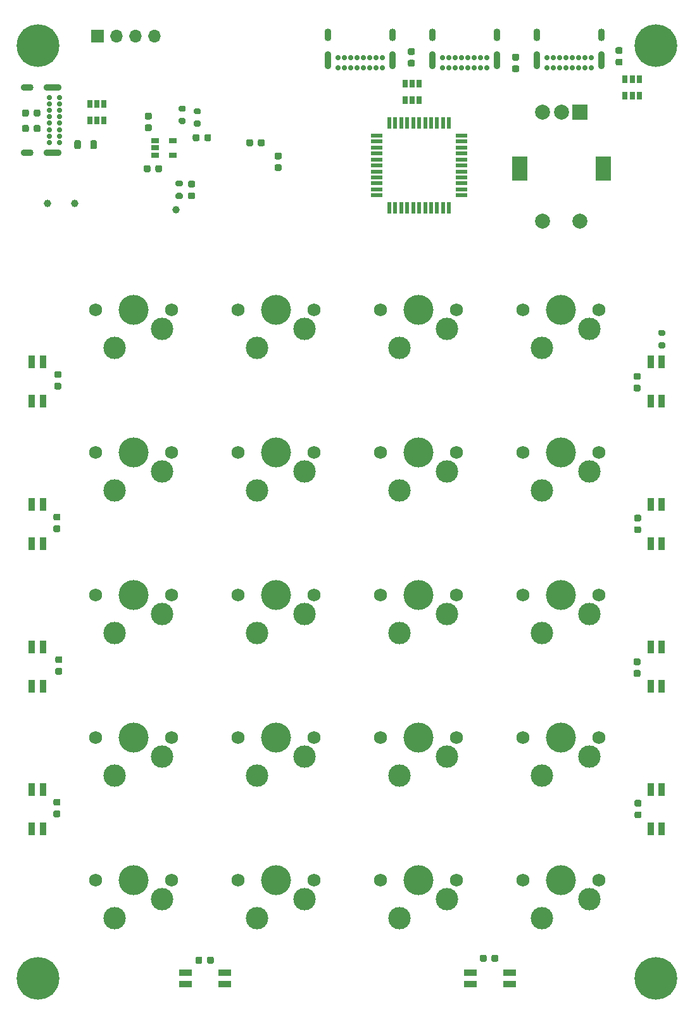
<source format=gbr>
%TF.GenerationSoftware,KiCad,Pcbnew,(5.1.8)-1*%
%TF.CreationDate,2021-08-19T19:14:59+10:00*%
%TF.ProjectId,Macropad,4d616372-6f70-4616-942e-6b696361645f,rev?*%
%TF.SameCoordinates,Original*%
%TF.FileFunction,Soldermask,Top*%
%TF.FilePolarity,Negative*%
%FSLAX46Y46*%
G04 Gerber Fmt 4.6, Leading zero omitted, Abs format (unit mm)*
G04 Created by KiCad (PCBNEW (5.1.8)-1) date 2021-08-19 19:14:59*
%MOMM*%
%LPD*%
G01*
G04 APERTURE LIST*
%ADD10R,0.820000X1.800000*%
%ADD11R,1.800000X0.820000*%
%ADD12C,1.000000*%
%ADD13R,0.650000X1.060000*%
%ADD14O,0.900000X1.700000*%
%ADD15O,0.900000X2.400000*%
%ADD16C,0.700000*%
%ADD17C,4.000000*%
%ADD18C,1.750000*%
%ADD19C,3.000000*%
%ADD20R,1.500000X0.550000*%
%ADD21R,0.550000X1.500000*%
%ADD22O,1.700000X0.900000*%
%ADD23O,2.400000X0.900000*%
%ADD24R,1.000000X0.700000*%
%ADD25C,2.000000*%
%ADD26R,2.000000X3.200000*%
%ADD27R,2.000000X2.000000*%
%ADD28O,1.700000X1.700000*%
%ADD29R,1.700000X1.700000*%
%ADD30C,5.700000*%
G04 APERTURE END LIST*
D10*
%TO.C,D50*%
X46049500Y-110169000D03*
X47549500Y-110169000D03*
X47549500Y-104969000D03*
X46049500Y-104969000D03*
%TD*%
%TO.C,D49*%
X130290000Y-162119000D03*
X128790000Y-162119000D03*
X128790000Y-167319000D03*
X130290000Y-167319000D03*
%TD*%
%TO.C,D48*%
X46049500Y-129219000D03*
X47549500Y-129219000D03*
X47549500Y-124019000D03*
X46049500Y-124019000D03*
%TD*%
%TO.C,D47*%
X130290000Y-143069000D03*
X128790000Y-143069000D03*
X128790000Y-148269000D03*
X130290000Y-148269000D03*
%TD*%
%TO.C,D42*%
X46049500Y-148269000D03*
X47549500Y-148269000D03*
X47549500Y-143069000D03*
X46049500Y-143069000D03*
%TD*%
%TO.C,D41*%
X130290000Y-124019000D03*
X128790000Y-124019000D03*
X128790000Y-129219000D03*
X130290000Y-129219000D03*
%TD*%
%TO.C,D36*%
X46049500Y-167319000D03*
X47549500Y-167319000D03*
X47549500Y-162119000D03*
X46049500Y-162119000D03*
%TD*%
%TO.C,D35*%
X130290000Y-104969000D03*
X128790000Y-104969000D03*
X128790000Y-110169000D03*
X130290000Y-110169000D03*
%TD*%
D11*
%TO.C,D30*%
X71815000Y-188075000D03*
X71815000Y-186575000D03*
X66615000Y-186575000D03*
X66615000Y-188075000D03*
%TD*%
%TO.C,D24*%
X109915000Y-188075000D03*
X109915000Y-186575000D03*
X104715000Y-186575000D03*
X104715000Y-188075000D03*
%TD*%
D12*
%TO.C,TP2*%
X65290700Y-84645500D03*
%TD*%
%TO.C,C30*%
G36*
G01*
X69121200Y-75256200D02*
X69121200Y-74756200D01*
G75*
G02*
X69346200Y-74531200I225000J0D01*
G01*
X69796200Y-74531200D01*
G75*
G02*
X70021200Y-74756200I0J-225000D01*
G01*
X70021200Y-75256200D01*
G75*
G02*
X69796200Y-75481200I-225000J0D01*
G01*
X69346200Y-75481200D01*
G75*
G02*
X69121200Y-75256200I0J225000D01*
G01*
G37*
G36*
G01*
X67571200Y-75256200D02*
X67571200Y-74756200D01*
G75*
G02*
X67796200Y-74531200I225000J0D01*
G01*
X68246200Y-74531200D01*
G75*
G02*
X68471200Y-74756200I0J-225000D01*
G01*
X68471200Y-75256200D01*
G75*
G02*
X68246200Y-75481200I-225000J0D01*
G01*
X67796200Y-75481200D01*
G75*
G02*
X67571200Y-75256200I0J225000D01*
G01*
G37*
%TD*%
%TO.C,C16*%
G36*
G01*
X62567400Y-79396400D02*
X62567400Y-78896400D01*
G75*
G02*
X62792400Y-78671400I225000J0D01*
G01*
X63242400Y-78671400D01*
G75*
G02*
X63467400Y-78896400I0J-225000D01*
G01*
X63467400Y-79396400D01*
G75*
G02*
X63242400Y-79621400I-225000J0D01*
G01*
X62792400Y-79621400D01*
G75*
G02*
X62567400Y-79396400I0J225000D01*
G01*
G37*
G36*
G01*
X61017400Y-79396400D02*
X61017400Y-78896400D01*
G75*
G02*
X61242400Y-78671400I225000J0D01*
G01*
X61692400Y-78671400D01*
G75*
G02*
X61917400Y-78896400I0J-225000D01*
G01*
X61917400Y-79396400D01*
G75*
G02*
X61692400Y-79621400I-225000J0D01*
G01*
X61242400Y-79621400D01*
G75*
G02*
X61017400Y-79396400I0J225000D01*
G01*
G37*
%TD*%
D13*
%TO.C,U8*%
X126339600Y-69383000D03*
X127289600Y-69383000D03*
X125389600Y-69383000D03*
X125389600Y-67183000D03*
X126339600Y-67183000D03*
X127289600Y-67183000D03*
%TD*%
%TO.C,U6*%
X96926400Y-67810200D03*
X95976400Y-67810200D03*
X97876400Y-67810200D03*
X97876400Y-70010200D03*
X96926400Y-70010200D03*
X95976400Y-70010200D03*
%TD*%
D14*
%TO.C,J5*%
X99595900Y-61299000D03*
X108245900Y-61299000D03*
D15*
X99595900Y-64679000D03*
X108245900Y-64679000D03*
D16*
X103495900Y-64309000D03*
X100945900Y-64309000D03*
X101795900Y-64309000D03*
X102645900Y-64309000D03*
X106895900Y-64309000D03*
X105195900Y-64309000D03*
X104345900Y-64309000D03*
X106045900Y-64309000D03*
X100945900Y-65659000D03*
X101795900Y-65659000D03*
X102645900Y-65659000D03*
X103495900Y-65659000D03*
X104345900Y-65659000D03*
X105195900Y-65659000D03*
X106045900Y-65659000D03*
X106895900Y-65659000D03*
%TD*%
D17*
%TO.C,SW12*%
X97790000Y-117094000D03*
D18*
X102870000Y-117094000D03*
X92710000Y-117094000D03*
D19*
X101600000Y-119634000D03*
X95250000Y-122174000D03*
%TD*%
D17*
%TO.C,SW7*%
X78740000Y-117094000D03*
D18*
X83820000Y-117094000D03*
X73660000Y-117094000D03*
D19*
X82550000Y-119634000D03*
X76200000Y-122174000D03*
%TD*%
D17*
%TO.C,SW17*%
X116840000Y-117094000D03*
D18*
X121920000Y-117094000D03*
X111760000Y-117094000D03*
D19*
X120650000Y-119634000D03*
X114300000Y-122174000D03*
%TD*%
D17*
%TO.C,SW2*%
X59690000Y-117094000D03*
D18*
X64770000Y-117094000D03*
X54610000Y-117094000D03*
D19*
X63500000Y-119634000D03*
X57150000Y-122174000D03*
%TD*%
%TO.C,C14*%
G36*
G01*
X49153000Y-125254000D02*
X49653000Y-125254000D01*
G75*
G02*
X49878000Y-125479000I0J-225000D01*
G01*
X49878000Y-125929000D01*
G75*
G02*
X49653000Y-126154000I-225000J0D01*
G01*
X49153000Y-126154000D01*
G75*
G02*
X48928000Y-125929000I0J225000D01*
G01*
X48928000Y-125479000D01*
G75*
G02*
X49153000Y-125254000I225000J0D01*
G01*
G37*
G36*
G01*
X49153000Y-126804000D02*
X49653000Y-126804000D01*
G75*
G02*
X49878000Y-127029000I0J-225000D01*
G01*
X49878000Y-127479000D01*
G75*
G02*
X49653000Y-127704000I-225000J0D01*
G01*
X49153000Y-127704000D01*
G75*
G02*
X48928000Y-127479000I0J225000D01*
G01*
X48928000Y-127029000D01*
G75*
G02*
X49153000Y-126804000I225000J0D01*
G01*
G37*
%TD*%
%TO.C,C23*%
G36*
G01*
X49280000Y-106204000D02*
X49780000Y-106204000D01*
G75*
G02*
X50005000Y-106429000I0J-225000D01*
G01*
X50005000Y-106879000D01*
G75*
G02*
X49780000Y-107104000I-225000J0D01*
G01*
X49280000Y-107104000D01*
G75*
G02*
X49055000Y-106879000I0J225000D01*
G01*
X49055000Y-106429000D01*
G75*
G02*
X49280000Y-106204000I225000J0D01*
G01*
G37*
G36*
G01*
X49280000Y-107754000D02*
X49780000Y-107754000D01*
G75*
G02*
X50005000Y-107979000I0J-225000D01*
G01*
X50005000Y-108429000D01*
G75*
G02*
X49780000Y-108654000I-225000J0D01*
G01*
X49280000Y-108654000D01*
G75*
G02*
X49055000Y-108429000I0J225000D01*
G01*
X49055000Y-107979000D01*
G75*
G02*
X49280000Y-107754000I225000J0D01*
G01*
G37*
%TD*%
D17*
%TO.C,SW16*%
X116840000Y-98044000D03*
D18*
X121920000Y-98044000D03*
X111760000Y-98044000D03*
D19*
X120650000Y-100584000D03*
X114300000Y-103124000D03*
%TD*%
D17*
%TO.C,SW18*%
X116840000Y-136144000D03*
D18*
X121920000Y-136144000D03*
X111760000Y-136144000D03*
D19*
X120650000Y-138684000D03*
X114300000Y-141224000D03*
%TD*%
D17*
%TO.C,SW8*%
X78740000Y-136144000D03*
D18*
X83820000Y-136144000D03*
X73660000Y-136144000D03*
D19*
X82550000Y-138684000D03*
X76200000Y-141224000D03*
%TD*%
D17*
%TO.C,SW11*%
X97790000Y-98044000D03*
D18*
X102870000Y-98044000D03*
X92710000Y-98044000D03*
D19*
X101600000Y-100584000D03*
X95250000Y-103124000D03*
%TD*%
D17*
%TO.C,SW6*%
X78740000Y-98044000D03*
D18*
X83820000Y-98044000D03*
X73660000Y-98044000D03*
D19*
X82550000Y-100584000D03*
X76200000Y-103124000D03*
%TD*%
D17*
%TO.C,SW13*%
X97790000Y-136144000D03*
D18*
X102870000Y-136144000D03*
X92710000Y-136144000D03*
D19*
X101600000Y-138684000D03*
X95250000Y-141224000D03*
%TD*%
D17*
%TO.C,SW3*%
X59690000Y-136144000D03*
D18*
X64770000Y-136144000D03*
X54610000Y-136144000D03*
D19*
X63500000Y-138684000D03*
X57150000Y-141224000D03*
%TD*%
D17*
%TO.C,SW1*%
X59690000Y-98044000D03*
D18*
X64770000Y-98044000D03*
X54610000Y-98044000D03*
D19*
X63500000Y-100584000D03*
X57150000Y-103124000D03*
%TD*%
%TO.C,C39*%
G36*
G01*
X111004160Y-64706320D02*
X110504160Y-64706320D01*
G75*
G02*
X110279160Y-64481320I0J225000D01*
G01*
X110279160Y-64031320D01*
G75*
G02*
X110504160Y-63806320I225000J0D01*
G01*
X111004160Y-63806320D01*
G75*
G02*
X111229160Y-64031320I0J-225000D01*
G01*
X111229160Y-64481320D01*
G75*
G02*
X111004160Y-64706320I-225000J0D01*
G01*
G37*
G36*
G01*
X111004160Y-66256320D02*
X110504160Y-66256320D01*
G75*
G02*
X110279160Y-66031320I0J225000D01*
G01*
X110279160Y-65581320D01*
G75*
G02*
X110504160Y-65356320I225000J0D01*
G01*
X111004160Y-65356320D01*
G75*
G02*
X111229160Y-65581320I0J-225000D01*
G01*
X111229160Y-66031320D01*
G75*
G02*
X111004160Y-66256320I-225000J0D01*
G01*
G37*
%TD*%
%TO.C,C46*%
G36*
G01*
X124837000Y-63810000D02*
X124337000Y-63810000D01*
G75*
G02*
X124112000Y-63585000I0J225000D01*
G01*
X124112000Y-63135000D01*
G75*
G02*
X124337000Y-62910000I225000J0D01*
G01*
X124837000Y-62910000D01*
G75*
G02*
X125062000Y-63135000I0J-225000D01*
G01*
X125062000Y-63585000D01*
G75*
G02*
X124837000Y-63810000I-225000J0D01*
G01*
G37*
G36*
G01*
X124837000Y-65360000D02*
X124337000Y-65360000D01*
G75*
G02*
X124112000Y-65135000I0J225000D01*
G01*
X124112000Y-64685000D01*
G75*
G02*
X124337000Y-64460000I225000J0D01*
G01*
X124837000Y-64460000D01*
G75*
G02*
X125062000Y-64685000I0J-225000D01*
G01*
X125062000Y-65135000D01*
G75*
G02*
X124837000Y-65360000I-225000J0D01*
G01*
G37*
%TD*%
%TO.C,C45*%
G36*
G01*
X97054480Y-63954480D02*
X96554480Y-63954480D01*
G75*
G02*
X96329480Y-63729480I0J225000D01*
G01*
X96329480Y-63279480D01*
G75*
G02*
X96554480Y-63054480I225000J0D01*
G01*
X97054480Y-63054480D01*
G75*
G02*
X97279480Y-63279480I0J-225000D01*
G01*
X97279480Y-63729480D01*
G75*
G02*
X97054480Y-63954480I-225000J0D01*
G01*
G37*
G36*
G01*
X97054480Y-65504480D02*
X96554480Y-65504480D01*
G75*
G02*
X96329480Y-65279480I0J225000D01*
G01*
X96329480Y-64829480D01*
G75*
G02*
X96554480Y-64604480I225000J0D01*
G01*
X97054480Y-64604480D01*
G75*
G02*
X97279480Y-64829480I0J-225000D01*
G01*
X97279480Y-65279480D01*
G75*
G02*
X97054480Y-65504480I-225000J0D01*
G01*
G37*
%TD*%
%TO.C,C38*%
G36*
G01*
X76284000Y-75942000D02*
X76284000Y-75442000D01*
G75*
G02*
X76509000Y-75217000I225000J0D01*
G01*
X76959000Y-75217000D01*
G75*
G02*
X77184000Y-75442000I0J-225000D01*
G01*
X77184000Y-75942000D01*
G75*
G02*
X76959000Y-76167000I-225000J0D01*
G01*
X76509000Y-76167000D01*
G75*
G02*
X76284000Y-75942000I0J225000D01*
G01*
G37*
G36*
G01*
X74734000Y-75942000D02*
X74734000Y-75442000D01*
G75*
G02*
X74959000Y-75217000I225000J0D01*
G01*
X75409000Y-75217000D01*
G75*
G02*
X75634000Y-75442000I0J-225000D01*
G01*
X75634000Y-75942000D01*
G75*
G02*
X75409000Y-76167000I-225000J0D01*
G01*
X74959000Y-76167000D01*
G75*
G02*
X74734000Y-75942000I0J225000D01*
G01*
G37*
%TD*%
%TO.C,C37*%
G36*
G01*
X78744000Y-78557000D02*
X79244000Y-78557000D01*
G75*
G02*
X79469000Y-78782000I0J-225000D01*
G01*
X79469000Y-79232000D01*
G75*
G02*
X79244000Y-79457000I-225000J0D01*
G01*
X78744000Y-79457000D01*
G75*
G02*
X78519000Y-79232000I0J225000D01*
G01*
X78519000Y-78782000D01*
G75*
G02*
X78744000Y-78557000I225000J0D01*
G01*
G37*
G36*
G01*
X78744000Y-77007000D02*
X79244000Y-77007000D01*
G75*
G02*
X79469000Y-77232000I0J-225000D01*
G01*
X79469000Y-77682000D01*
G75*
G02*
X79244000Y-77907000I-225000J0D01*
G01*
X78744000Y-77907000D01*
G75*
G02*
X78519000Y-77682000I0J225000D01*
G01*
X78519000Y-77232000D01*
G75*
G02*
X78744000Y-77007000I225000J0D01*
G01*
G37*
%TD*%
D20*
%TO.C,U5*%
X92150960Y-74714600D03*
X92150960Y-75514600D03*
X92150960Y-76314600D03*
X92150960Y-77114600D03*
X92150960Y-77914600D03*
X92150960Y-78714600D03*
X92150960Y-79514600D03*
X92150960Y-80314600D03*
X92150960Y-81114600D03*
X92150960Y-81914600D03*
X92150960Y-82714600D03*
D21*
X93850960Y-84414600D03*
X94650960Y-84414600D03*
X95450960Y-84414600D03*
X96250960Y-84414600D03*
X97050960Y-84414600D03*
X97850960Y-84414600D03*
X98650960Y-84414600D03*
X99450960Y-84414600D03*
X100250960Y-84414600D03*
X101050960Y-84414600D03*
X101850960Y-84414600D03*
D20*
X103550960Y-82714600D03*
X103550960Y-81914600D03*
X103550960Y-81114600D03*
X103550960Y-80314600D03*
X103550960Y-79514600D03*
X103550960Y-78714600D03*
X103550960Y-77914600D03*
X103550960Y-77114600D03*
X103550960Y-76314600D03*
X103550960Y-75514600D03*
X103550960Y-74714600D03*
D21*
X101850960Y-73014600D03*
X101050960Y-73014600D03*
X100250960Y-73014600D03*
X99450960Y-73014600D03*
X98650960Y-73014600D03*
X97850960Y-73014600D03*
X97050960Y-73014600D03*
X96250960Y-73014600D03*
X95450960Y-73014600D03*
X94650960Y-73014600D03*
X93850960Y-73014600D03*
%TD*%
D13*
%TO.C,U2*%
X54737000Y-70528000D03*
X53787000Y-70528000D03*
X55687000Y-70528000D03*
X55687000Y-72728000D03*
X54737000Y-72728000D03*
X53787000Y-72728000D03*
%TD*%
%TO.C,R2*%
G36*
G01*
X65485600Y-82391300D02*
X66035600Y-82391300D01*
G75*
G02*
X66235600Y-82591300I0J-200000D01*
G01*
X66235600Y-82991300D01*
G75*
G02*
X66035600Y-83191300I-200000J0D01*
G01*
X65485600Y-83191300D01*
G75*
G02*
X65285600Y-82991300I0J200000D01*
G01*
X65285600Y-82591300D01*
G75*
G02*
X65485600Y-82391300I200000J0D01*
G01*
G37*
G36*
G01*
X65485600Y-80741300D02*
X66035600Y-80741300D01*
G75*
G02*
X66235600Y-80941300I0J-200000D01*
G01*
X66235600Y-81341300D01*
G75*
G02*
X66035600Y-81541300I-200000J0D01*
G01*
X65485600Y-81541300D01*
G75*
G02*
X65285600Y-81341300I0J200000D01*
G01*
X65285600Y-80941300D01*
G75*
G02*
X65485600Y-80741300I200000J0D01*
G01*
G37*
%TD*%
D14*
%TO.C,J6*%
X113565900Y-61299000D03*
X122215900Y-61299000D03*
D15*
X113565900Y-64679000D03*
X122215900Y-64679000D03*
D16*
X117465900Y-64309000D03*
X114915900Y-64309000D03*
X115765900Y-64309000D03*
X116615900Y-64309000D03*
X120865900Y-64309000D03*
X119165900Y-64309000D03*
X118315900Y-64309000D03*
X120015900Y-64309000D03*
X114915900Y-65659000D03*
X115765900Y-65659000D03*
X116615900Y-65659000D03*
X117465900Y-65659000D03*
X118315900Y-65659000D03*
X119165900Y-65659000D03*
X120015900Y-65659000D03*
X120865900Y-65659000D03*
%TD*%
D14*
%TO.C,J4*%
X85625900Y-61299000D03*
X94275900Y-61299000D03*
D15*
X85625900Y-64679000D03*
X94275900Y-64679000D03*
D16*
X89525900Y-64309000D03*
X86975900Y-64309000D03*
X87825900Y-64309000D03*
X88675900Y-64309000D03*
X92925900Y-64309000D03*
X91225900Y-64309000D03*
X90375900Y-64309000D03*
X92075900Y-64309000D03*
X86975900Y-65659000D03*
X87825900Y-65659000D03*
X88675900Y-65659000D03*
X89525900Y-65659000D03*
X90375900Y-65659000D03*
X91225900Y-65659000D03*
X92075900Y-65659000D03*
X92925900Y-65659000D03*
%TD*%
D22*
%TO.C,J1*%
X45424000Y-68328500D03*
X45424000Y-76978500D03*
D23*
X48804000Y-68328500D03*
X48804000Y-76978500D03*
D16*
X48434000Y-72228500D03*
X48434000Y-69678500D03*
X48434000Y-70528500D03*
X48434000Y-71378500D03*
X48434000Y-75628500D03*
X48434000Y-73928500D03*
X48434000Y-73078500D03*
X48434000Y-74778500D03*
X49784000Y-69678500D03*
X49784000Y-70528500D03*
X49784000Y-71378500D03*
X49784000Y-72228500D03*
X49784000Y-73078500D03*
X49784000Y-73928500D03*
X49784000Y-74778500D03*
X49784000Y-75628500D03*
%TD*%
%TO.C,FB2*%
G36*
G01*
X52609100Y-75564750D02*
X52609100Y-76327250D01*
G75*
G02*
X52390350Y-76546000I-218750J0D01*
G01*
X51952850Y-76546000D01*
G75*
G02*
X51734100Y-76327250I0J218750D01*
G01*
X51734100Y-75564750D01*
G75*
G02*
X51952850Y-75346000I218750J0D01*
G01*
X52390350Y-75346000D01*
G75*
G02*
X52609100Y-75564750I0J-218750D01*
G01*
G37*
G36*
G01*
X54734100Y-75564750D02*
X54734100Y-76327250D01*
G75*
G02*
X54515350Y-76546000I-218750J0D01*
G01*
X54077850Y-76546000D01*
G75*
G02*
X53859100Y-76327250I0J218750D01*
G01*
X53859100Y-75564750D01*
G75*
G02*
X54077850Y-75346000I218750J0D01*
G01*
X54515350Y-75346000D01*
G75*
G02*
X54734100Y-75564750I0J-218750D01*
G01*
G37*
%TD*%
%TO.C,D1*%
G36*
G01*
X67667850Y-81641300D02*
X67155350Y-81641300D01*
G75*
G02*
X66936600Y-81422550I0J218750D01*
G01*
X66936600Y-80985050D01*
G75*
G02*
X67155350Y-80766300I218750J0D01*
G01*
X67667850Y-80766300D01*
G75*
G02*
X67886600Y-80985050I0J-218750D01*
G01*
X67886600Y-81422550D01*
G75*
G02*
X67667850Y-81641300I-218750J0D01*
G01*
G37*
G36*
G01*
X67667850Y-83216300D02*
X67155350Y-83216300D01*
G75*
G02*
X66936600Y-82997550I0J218750D01*
G01*
X66936600Y-82560050D01*
G75*
G02*
X67155350Y-82341300I218750J0D01*
G01*
X67667850Y-82341300D01*
G75*
G02*
X67886600Y-82560050I0J-218750D01*
G01*
X67886600Y-82997550D01*
G75*
G02*
X67667850Y-83216300I-218750J0D01*
G01*
G37*
%TD*%
%TO.C,C3*%
G36*
G01*
X61870400Y-72573000D02*
X61370400Y-72573000D01*
G75*
G02*
X61145400Y-72348000I0J225000D01*
G01*
X61145400Y-71898000D01*
G75*
G02*
X61370400Y-71673000I225000J0D01*
G01*
X61870400Y-71673000D01*
G75*
G02*
X62095400Y-71898000I0J-225000D01*
G01*
X62095400Y-72348000D01*
G75*
G02*
X61870400Y-72573000I-225000J0D01*
G01*
G37*
G36*
G01*
X61870400Y-74123000D02*
X61370400Y-74123000D01*
G75*
G02*
X61145400Y-73898000I0J225000D01*
G01*
X61145400Y-73448000D01*
G75*
G02*
X61370400Y-73223000I225000J0D01*
G01*
X61870400Y-73223000D01*
G75*
G02*
X62095400Y-73448000I0J-225000D01*
G01*
X62095400Y-73898000D01*
G75*
G02*
X61870400Y-74123000I-225000J0D01*
G01*
G37*
%TD*%
%TO.C,C2*%
G36*
G01*
X45649000Y-71466900D02*
X45649000Y-71966900D01*
G75*
G02*
X45424000Y-72191900I-225000J0D01*
G01*
X44974000Y-72191900D01*
G75*
G02*
X44749000Y-71966900I0J225000D01*
G01*
X44749000Y-71466900D01*
G75*
G02*
X44974000Y-71241900I225000J0D01*
G01*
X45424000Y-71241900D01*
G75*
G02*
X45649000Y-71466900I0J-225000D01*
G01*
G37*
G36*
G01*
X47199000Y-71466900D02*
X47199000Y-71966900D01*
G75*
G02*
X46974000Y-72191900I-225000J0D01*
G01*
X46524000Y-72191900D01*
G75*
G02*
X46299000Y-71966900I0J225000D01*
G01*
X46299000Y-71466900D01*
G75*
G02*
X46524000Y-71241900I225000J0D01*
G01*
X46974000Y-71241900D01*
G75*
G02*
X47199000Y-71466900I0J-225000D01*
G01*
G37*
%TD*%
%TO.C,C1*%
G36*
G01*
X45649300Y-73524300D02*
X45649300Y-74024300D01*
G75*
G02*
X45424300Y-74249300I-225000J0D01*
G01*
X44974300Y-74249300D01*
G75*
G02*
X44749300Y-74024300I0J225000D01*
G01*
X44749300Y-73524300D01*
G75*
G02*
X44974300Y-73299300I225000J0D01*
G01*
X45424300Y-73299300D01*
G75*
G02*
X45649300Y-73524300I0J-225000D01*
G01*
G37*
G36*
G01*
X47199300Y-73524300D02*
X47199300Y-74024300D01*
G75*
G02*
X46974300Y-74249300I-225000J0D01*
G01*
X46524300Y-74249300D01*
G75*
G02*
X46299300Y-74024300I0J225000D01*
G01*
X46299300Y-73524300D01*
G75*
G02*
X46524300Y-73299300I225000J0D01*
G01*
X46974300Y-73299300D01*
G75*
G02*
X47199300Y-73524300I0J-225000D01*
G01*
G37*
%TD*%
D24*
%TO.C,U1*%
X64922400Y-75417600D03*
X64922400Y-77317600D03*
X62522400Y-77317600D03*
X62522400Y-76367600D03*
X62522400Y-75417600D03*
%TD*%
D12*
%TO.C,TP3*%
X48133000Y-83820000D03*
%TD*%
%TO.C,TP1*%
X51816000Y-83820000D03*
%TD*%
D25*
%TO.C,SW21*%
X114380000Y-86128000D03*
X119380000Y-86128000D03*
D26*
X111280000Y-79128000D03*
X122480000Y-79128000D03*
D25*
X114380000Y-71628000D03*
X116880000Y-71628000D03*
D27*
X119380000Y-71628000D03*
%TD*%
D17*
%TO.C,SW20*%
X116840000Y-174244000D03*
D18*
X121920000Y-174244000D03*
X111760000Y-174244000D03*
D19*
X120650000Y-176784000D03*
X114300000Y-179324000D03*
%TD*%
D17*
%TO.C,SW19*%
X116840000Y-155194000D03*
D18*
X121920000Y-155194000D03*
X111760000Y-155194000D03*
D19*
X120650000Y-157734000D03*
X114300000Y-160274000D03*
%TD*%
D17*
%TO.C,SW15*%
X97790000Y-174244000D03*
D18*
X102870000Y-174244000D03*
X92710000Y-174244000D03*
D19*
X101600000Y-176784000D03*
X95250000Y-179324000D03*
%TD*%
D17*
%TO.C,SW14*%
X97790000Y-155194000D03*
D18*
X102870000Y-155194000D03*
X92710000Y-155194000D03*
D19*
X101600000Y-157734000D03*
X95250000Y-160274000D03*
%TD*%
D17*
%TO.C,SW10*%
X78740000Y-174244000D03*
D18*
X83820000Y-174244000D03*
X73660000Y-174244000D03*
D19*
X82550000Y-176784000D03*
X76200000Y-179324000D03*
%TD*%
D17*
%TO.C,SW9*%
X78740000Y-155194000D03*
D18*
X83820000Y-155194000D03*
X73660000Y-155194000D03*
D19*
X82550000Y-157734000D03*
X76200000Y-160274000D03*
%TD*%
D17*
%TO.C,SW5*%
X59690000Y-174244000D03*
D18*
X64770000Y-174244000D03*
X54610000Y-174244000D03*
D19*
X63500000Y-176784000D03*
X57150000Y-179324000D03*
%TD*%
%TO.C,SW4*%
X57150000Y-160274000D03*
X63500000Y-157734000D03*
D18*
X54610000Y-155194000D03*
X64770000Y-155194000D03*
D17*
X59690000Y-155194000D03*
%TD*%
%TO.C,R21*%
G36*
G01*
X68448600Y-71876600D02*
X67898600Y-71876600D01*
G75*
G02*
X67698600Y-71676600I0J200000D01*
G01*
X67698600Y-71276600D01*
G75*
G02*
X67898600Y-71076600I200000J0D01*
G01*
X68448600Y-71076600D01*
G75*
G02*
X68648600Y-71276600I0J-200000D01*
G01*
X68648600Y-71676600D01*
G75*
G02*
X68448600Y-71876600I-200000J0D01*
G01*
G37*
G36*
G01*
X68448600Y-73526600D02*
X67898600Y-73526600D01*
G75*
G02*
X67698600Y-73326600I0J200000D01*
G01*
X67698600Y-72926600D01*
G75*
G02*
X67898600Y-72726600I200000J0D01*
G01*
X68448600Y-72726600D01*
G75*
G02*
X68648600Y-72926600I0J-200000D01*
G01*
X68648600Y-73326600D01*
G75*
G02*
X68448600Y-73526600I-200000J0D01*
G01*
G37*
%TD*%
%TO.C,R20*%
G36*
G01*
X66442000Y-71520000D02*
X65892000Y-71520000D01*
G75*
G02*
X65692000Y-71320000I0J200000D01*
G01*
X65692000Y-70920000D01*
G75*
G02*
X65892000Y-70720000I200000J0D01*
G01*
X66442000Y-70720000D01*
G75*
G02*
X66642000Y-70920000I0J-200000D01*
G01*
X66642000Y-71320000D01*
G75*
G02*
X66442000Y-71520000I-200000J0D01*
G01*
G37*
G36*
G01*
X66442000Y-73170000D02*
X65892000Y-73170000D01*
G75*
G02*
X65692000Y-72970000I0J200000D01*
G01*
X65692000Y-72570000D01*
G75*
G02*
X65892000Y-72370000I200000J0D01*
G01*
X66442000Y-72370000D01*
G75*
G02*
X66642000Y-72570000I0J-200000D01*
G01*
X66642000Y-72970000D01*
G75*
G02*
X66442000Y-73170000I-200000J0D01*
G01*
G37*
%TD*%
%TO.C,R16*%
G36*
G01*
X130027000Y-100693000D02*
X130577000Y-100693000D01*
G75*
G02*
X130777000Y-100893000I0J-200000D01*
G01*
X130777000Y-101293000D01*
G75*
G02*
X130577000Y-101493000I-200000J0D01*
G01*
X130027000Y-101493000D01*
G75*
G02*
X129827000Y-101293000I0J200000D01*
G01*
X129827000Y-100893000D01*
G75*
G02*
X130027000Y-100693000I200000J0D01*
G01*
G37*
G36*
G01*
X130027000Y-102343000D02*
X130577000Y-102343000D01*
G75*
G02*
X130777000Y-102543000I0J-200000D01*
G01*
X130777000Y-102943000D01*
G75*
G02*
X130577000Y-103143000I-200000J0D01*
G01*
X130027000Y-103143000D01*
G75*
G02*
X129827000Y-102943000I0J200000D01*
G01*
X129827000Y-102543000D01*
G75*
G02*
X130027000Y-102343000I200000J0D01*
G01*
G37*
%TD*%
D28*
%TO.C,J2*%
X62471300Y-61455300D03*
X59931300Y-61455300D03*
X57391300Y-61455300D03*
D29*
X54851300Y-61455300D03*
%TD*%
D30*
%TO.C,H4*%
X46863000Y-187325000D03*
%TD*%
%TO.C,H3*%
X129540000Y-187325000D03*
%TD*%
%TO.C,H2*%
X46863000Y-62738000D03*
%TD*%
%TO.C,H1*%
X129540000Y-62738000D03*
%TD*%
%TO.C,C31*%
G36*
G01*
X105976000Y-184908000D02*
X105976000Y-184408000D01*
G75*
G02*
X106201000Y-184183000I225000J0D01*
G01*
X106651000Y-184183000D01*
G75*
G02*
X106876000Y-184408000I0J-225000D01*
G01*
X106876000Y-184908000D01*
G75*
G02*
X106651000Y-185133000I-225000J0D01*
G01*
X106201000Y-185133000D01*
G75*
G02*
X105976000Y-184908000I0J225000D01*
G01*
G37*
G36*
G01*
X107526000Y-184908000D02*
X107526000Y-184408000D01*
G75*
G02*
X107751000Y-184183000I225000J0D01*
G01*
X108201000Y-184183000D01*
G75*
G02*
X108426000Y-184408000I0J-225000D01*
G01*
X108426000Y-184908000D01*
G75*
G02*
X108201000Y-185133000I-225000J0D01*
G01*
X107751000Y-185133000D01*
G75*
G02*
X107526000Y-184908000I0J225000D01*
G01*
G37*
%TD*%
%TO.C,C28*%
G36*
G01*
X127313500Y-126281000D02*
X126813500Y-126281000D01*
G75*
G02*
X126588500Y-126056000I0J225000D01*
G01*
X126588500Y-125606000D01*
G75*
G02*
X126813500Y-125381000I225000J0D01*
G01*
X127313500Y-125381000D01*
G75*
G02*
X127538500Y-125606000I0J-225000D01*
G01*
X127538500Y-126056000D01*
G75*
G02*
X127313500Y-126281000I-225000J0D01*
G01*
G37*
G36*
G01*
X127313500Y-127831000D02*
X126813500Y-127831000D01*
G75*
G02*
X126588500Y-127606000I0J225000D01*
G01*
X126588500Y-127156000D01*
G75*
G02*
X126813500Y-126931000I225000J0D01*
G01*
X127313500Y-126931000D01*
G75*
G02*
X127538500Y-127156000I0J-225000D01*
G01*
X127538500Y-127606000D01*
G75*
G02*
X127313500Y-127831000I-225000J0D01*
G01*
G37*
%TD*%
%TO.C,C25*%
G36*
G01*
X49407000Y-144304000D02*
X49907000Y-144304000D01*
G75*
G02*
X50132000Y-144529000I0J-225000D01*
G01*
X50132000Y-144979000D01*
G75*
G02*
X49907000Y-145204000I-225000J0D01*
G01*
X49407000Y-145204000D01*
G75*
G02*
X49182000Y-144979000I0J225000D01*
G01*
X49182000Y-144529000D01*
G75*
G02*
X49407000Y-144304000I225000J0D01*
G01*
G37*
G36*
G01*
X49407000Y-145854000D02*
X49907000Y-145854000D01*
G75*
G02*
X50132000Y-146079000I0J-225000D01*
G01*
X50132000Y-146529000D01*
G75*
G02*
X49907000Y-146754000I-225000J0D01*
G01*
X49407000Y-146754000D01*
G75*
G02*
X49182000Y-146529000I0J225000D01*
G01*
X49182000Y-146079000D01*
G75*
G02*
X49407000Y-145854000I225000J0D01*
G01*
G37*
%TD*%
%TO.C,C21*%
G36*
G01*
X127377000Y-165931000D02*
X126877000Y-165931000D01*
G75*
G02*
X126652000Y-165706000I0J225000D01*
G01*
X126652000Y-165256000D01*
G75*
G02*
X126877000Y-165031000I225000J0D01*
G01*
X127377000Y-165031000D01*
G75*
G02*
X127602000Y-165256000I0J-225000D01*
G01*
X127602000Y-165706000D01*
G75*
G02*
X127377000Y-165931000I-225000J0D01*
G01*
G37*
G36*
G01*
X127377000Y-164381000D02*
X126877000Y-164381000D01*
G75*
G02*
X126652000Y-164156000I0J225000D01*
G01*
X126652000Y-163706000D01*
G75*
G02*
X126877000Y-163481000I225000J0D01*
G01*
X127377000Y-163481000D01*
G75*
G02*
X127602000Y-163706000I0J-225000D01*
G01*
X127602000Y-164156000D01*
G75*
G02*
X127377000Y-164381000I-225000J0D01*
G01*
G37*
%TD*%
%TO.C,C18*%
G36*
G01*
X127250000Y-147034000D02*
X126750000Y-147034000D01*
G75*
G02*
X126525000Y-146809000I0J225000D01*
G01*
X126525000Y-146359000D01*
G75*
G02*
X126750000Y-146134000I225000J0D01*
G01*
X127250000Y-146134000D01*
G75*
G02*
X127475000Y-146359000I0J-225000D01*
G01*
X127475000Y-146809000D01*
G75*
G02*
X127250000Y-147034000I-225000J0D01*
G01*
G37*
G36*
G01*
X127250000Y-145484000D02*
X126750000Y-145484000D01*
G75*
G02*
X126525000Y-145259000I0J225000D01*
G01*
X126525000Y-144809000D01*
G75*
G02*
X126750000Y-144584000I225000J0D01*
G01*
X127250000Y-144584000D01*
G75*
G02*
X127475000Y-144809000I0J-225000D01*
G01*
X127475000Y-145259000D01*
G75*
G02*
X127250000Y-145484000I-225000J0D01*
G01*
G37*
%TD*%
%TO.C,C12*%
G36*
G01*
X67939500Y-185162000D02*
X67939500Y-184662000D01*
G75*
G02*
X68164500Y-184437000I225000J0D01*
G01*
X68614500Y-184437000D01*
G75*
G02*
X68839500Y-184662000I0J-225000D01*
G01*
X68839500Y-185162000D01*
G75*
G02*
X68614500Y-185387000I-225000J0D01*
G01*
X68164500Y-185387000D01*
G75*
G02*
X67939500Y-185162000I0J225000D01*
G01*
G37*
G36*
G01*
X69489500Y-185162000D02*
X69489500Y-184662000D01*
G75*
G02*
X69714500Y-184437000I225000J0D01*
G01*
X70164500Y-184437000D01*
G75*
G02*
X70389500Y-184662000I0J-225000D01*
G01*
X70389500Y-185162000D01*
G75*
G02*
X70164500Y-185387000I-225000J0D01*
G01*
X69714500Y-185387000D01*
G75*
G02*
X69489500Y-185162000I0J225000D01*
G01*
G37*
%TD*%
%TO.C,C8*%
G36*
G01*
X49153000Y-163354000D02*
X49653000Y-163354000D01*
G75*
G02*
X49878000Y-163579000I0J-225000D01*
G01*
X49878000Y-164029000D01*
G75*
G02*
X49653000Y-164254000I-225000J0D01*
G01*
X49153000Y-164254000D01*
G75*
G02*
X48928000Y-164029000I0J225000D01*
G01*
X48928000Y-163579000D01*
G75*
G02*
X49153000Y-163354000I225000J0D01*
G01*
G37*
G36*
G01*
X49153000Y-164904000D02*
X49653000Y-164904000D01*
G75*
G02*
X49878000Y-165129000I0J-225000D01*
G01*
X49878000Y-165579000D01*
G75*
G02*
X49653000Y-165804000I-225000J0D01*
G01*
X49153000Y-165804000D01*
G75*
G02*
X48928000Y-165579000I0J225000D01*
G01*
X48928000Y-165129000D01*
G75*
G02*
X49153000Y-164904000I225000J0D01*
G01*
G37*
%TD*%
%TO.C,C4*%
G36*
G01*
X127250000Y-107358000D02*
X126750000Y-107358000D01*
G75*
G02*
X126525000Y-107133000I0J225000D01*
G01*
X126525000Y-106683000D01*
G75*
G02*
X126750000Y-106458000I225000J0D01*
G01*
X127250000Y-106458000D01*
G75*
G02*
X127475000Y-106683000I0J-225000D01*
G01*
X127475000Y-107133000D01*
G75*
G02*
X127250000Y-107358000I-225000J0D01*
G01*
G37*
G36*
G01*
X127250000Y-108908000D02*
X126750000Y-108908000D01*
G75*
G02*
X126525000Y-108683000I0J225000D01*
G01*
X126525000Y-108233000D01*
G75*
G02*
X126750000Y-108008000I225000J0D01*
G01*
X127250000Y-108008000D01*
G75*
G02*
X127475000Y-108233000I0J-225000D01*
G01*
X127475000Y-108683000D01*
G75*
G02*
X127250000Y-108908000I-225000J0D01*
G01*
G37*
%TD*%
M02*

</source>
